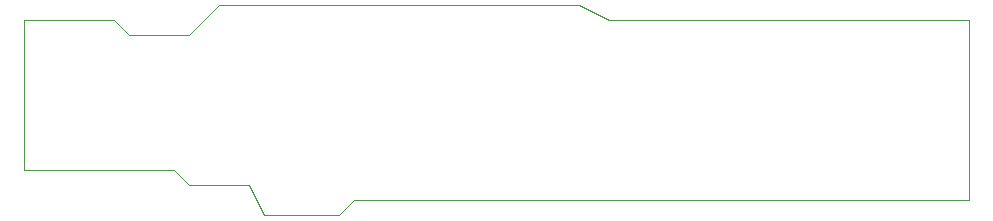
<source format=gbr>
%TF.GenerationSoftware,KiCad,Pcbnew,8.0.6*%
%TF.CreationDate,2024-10-22T16:45:09+02:00*%
%TF.ProjectId,BMU,424d552e-6b69-4636-9164-5f7063625858,rev?*%
%TF.SameCoordinates,Original*%
%TF.FileFunction,Profile,NP*%
%FSLAX46Y46*%
G04 Gerber Fmt 4.6, Leading zero omitted, Abs format (unit mm)*
G04 Created by KiCad (PCBNEW 8.0.6) date 2024-10-22 16:45:09*
%MOMM*%
%LPD*%
G01*
G04 APERTURE LIST*
%TA.AperFunction,Profile*%
%ADD10C,0.050000*%
%TD*%
G04 APERTURE END LIST*
D10*
X110490000Y-52070000D02*
X140970000Y-52070000D01*
X140970000Y-67310000D01*
X88900000Y-67310000D01*
X87630000Y-68580000D01*
X81280000Y-68580000D01*
X80010000Y-66040000D01*
X74930000Y-66040000D01*
X73660000Y-64770000D01*
X60960000Y-64770000D01*
X60960000Y-52070000D01*
X68580000Y-52070000D01*
X69850000Y-53340000D01*
X74930000Y-53340000D01*
X77470000Y-50800000D01*
X107950000Y-50800000D01*
X110490000Y-52070000D01*
M02*

</source>
